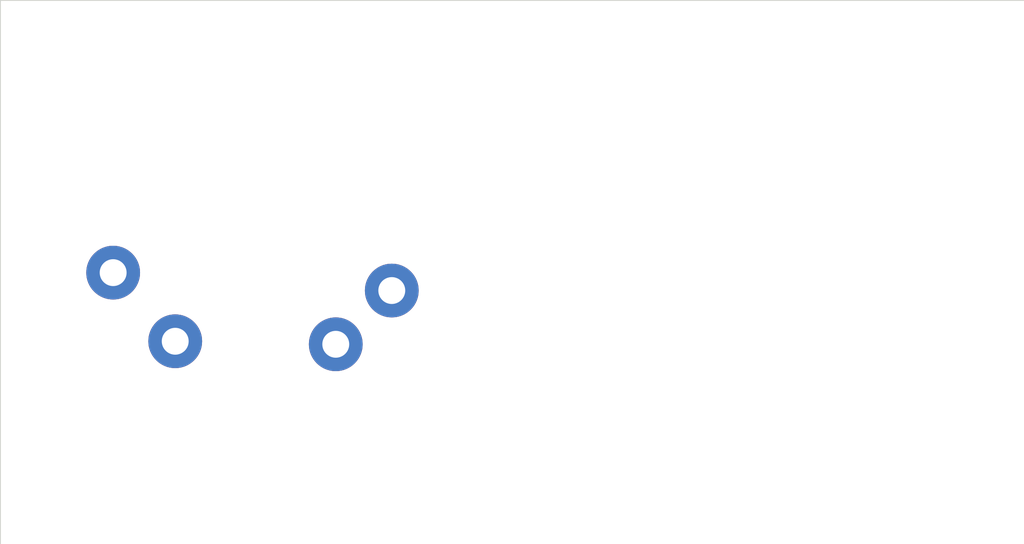
<source format=kicad_pcb>
(kicad_pcb (version 20210812) (generator pcbnew)

  (general
    (thickness 4.48)
  )

  (paper "A4")
  (title_block
    (title "Demo Project showing SameNetSpacing problem caused by KiCads filling algorithm")
    (date "2019-10-07")
    (rev "0.1")
  )

  (layers
    (0 "F.Cu" signal)
    (1 "In1.Cu" power)
    (2 "In2.Cu" power)
    (31 "B.Cu" signal)
    (32 "B.Adhes" user "B.Adhesive")
    (33 "F.Adhes" user "F.Adhesive")
    (34 "B.Paste" user)
    (35 "F.Paste" user)
    (36 "B.SilkS" user "B.Silkscreen")
    (37 "F.SilkS" user "F.Silkscreen")
    (38 "B.Mask" user)
    (39 "F.Mask" user)
    (40 "Dwgs.User" user "User.Drawings")
    (41 "Cmts.User" user "User.Comments")
    (42 "Eco1.User" user "User.Eco1")
    (43 "Eco2.User" user "User.Eco2")
    (44 "Edge.Cuts" user)
    (45 "Margin" user)
    (46 "B.CrtYd" user "B.Courtyard")
    (47 "F.CrtYd" user "F.Courtyard")
    (48 "B.Fab" user)
    (49 "F.Fab" user)
  )

  (setup
    (stackup
      (layer "F.SilkS" (type "Top Silk Screen"))
      (layer "F.Paste" (type "Top Solder Paste"))
      (layer "F.Mask" (type "Top Solder Mask") (color "Green") (thickness 0.01))
      (layer "F.Cu" (type "copper") (thickness 0.035))
      (layer "dielectric 1" (type "core") (thickness 1.44) (material "FR4") (epsilon_r 4.5) (loss_tangent 0.02))
      (layer "In1.Cu" (type "copper") (thickness 0.035))
      (layer "dielectric 2" (type "prepreg") (thickness 1.44) (material "FR4") (epsilon_r 4.5) (loss_tangent 0.02))
      (layer "In2.Cu" (type "copper") (thickness 0.035))
      (layer "dielectric 3" (type "core") (thickness 1.44) (material "FR4") (epsilon_r 4.5) (loss_tangent 0.02))
      (layer "B.Cu" (type "copper") (thickness 0.035))
      (layer "B.Mask" (type "Bottom Solder Mask") (color "Green") (thickness 0.01))
      (layer "B.Paste" (type "Bottom Solder Paste"))
      (layer "B.SilkS" (type "Bottom Silk Screen"))
      (copper_finish "None")
      (dielectric_constraints no)
    )
    (pad_to_mask_clearance 0.05)
    (solder_mask_min_width 0.15)
    (aux_axis_origin 148.5 105)
    (pcbplotparams
      (layerselection 0x00010fc_ffffffff)
      (disableapertmacros false)
      (usegerberextensions false)
      (usegerberattributes false)
      (usegerberadvancedattributes false)
      (creategerberjobfile false)
      (svguseinch false)
      (svgprecision 6)
      (excludeedgelayer true)
      (plotframeref false)
      (viasonmask false)
      (mode 1)
      (useauxorigin false)
      (hpglpennumber 1)
      (hpglpenspeed 20)
      (hpglpendiameter 15.000000)
      (dxfpolygonmode true)
      (dxfimperialunits true)
      (dxfusepcbnewfont true)
      (psnegative false)
      (psa4output false)
      (plotreference true)
      (plotvalue true)
      (plotinvisibletext false)
      (sketchpadsonfab false)
      (subtractmaskfromsilk false)
      (outputformat 1)
      (mirror false)
      (drillshape 0)
      (scaleselection 1)
      (outputdirectory "gerber/")
    )
  )

  (net 0 "")
  (net 1 "GND")
  (net 2 "VDD3V3")

  (gr_arc (start 143.1036 129.9464) (end 142.240001 129.3876) (angle 350.9270568) (layer "In2.Cu") (width 0.1) (tstamp 6ba5cc1c-0aa9-403c-8c78-baeb88b53289))
  (gr_poly
    (pts

      (xy 144.3736 127.3048)
      (xy 142.5956 127.3048)
      (xy 144.3736 128.27)
      (xy 144.3736 128.5748)
      (xy 142.0876 128.5748)
      (xy 142.0876 126.2888)
      (xy 144.3736 126.2888)
    ) (layer "In2.Cu") (width 0.1) (fill solid) (tstamp abd486ea-b329-4192-afc3-c44eb6e87cea))
  (gr_poly
    (pts

      (xy 147.4216 129.8956)
      (xy 145.3896 129.9464)
      (xy 145.3896 130.0988)
      (xy 147.4216 130.2512)
      (xy 147.4216 131.1656)
      (xy 144.8816 131.1656)
      (xy 144.8816 128.8796)
      (xy 147.4216 128.8796)
    ) (layer "In2.Cu") (width 0.1) (fill solid) (tstamp b158edbd-63ca-41e4-8234-a443de3cf560))
  (gr_poly
    (pts

      (xy 147.4216 127.3048)
      (xy 145.3896 127.3556)
      (xy 145.3896 127.4064)
      (xy 147.4216 127.6604)
      (xy 147.4216 128.5748)
      (xy 144.8816 128.5748)
      (xy 144.8816 126.2888)
      (xy 147.4216 126.2888)
    ) (layer "In2.Cu") (width 0) (fill solid) (tstamp dda81f80-2a0f-4292-9d5e-54a02cef836f))
  (gr_rect (start 136.2456 125.5776) (end 147.864 131.7576) (layer "Edge.Cuts") (width 0.01) (fill none) (tstamp 2ff03438-48dd-4ff9-86ab-4aae55d6a1a4))

  (via (at 138.2268 129.4445) (size 0.6096) (drill 0.3048) (layers "F.Cu" "B.Cu") (net 1) (tstamp 0a0bd538-0f11-4f77-8877-7ded1f64a1f5))
  (via (at 140.681801 128.8692) (size 0.6096) (drill 0.3048) (layers "F.Cu" "B.Cu") (net 1) (tstamp 278fe112-f2ff-479a-a63f-0a6506627139))
  (via (at 140.046801 129.4788) (size 0.6096) (drill 0.3048) (layers "F.Cu" "B.Cu") (net 1) (tstamp 6991baf3-a77e-489b-a4f3-31121be3dfdc))
  (via (at 137.5233 128.666) (size 0.6096) (drill 0.3048) (layers "F.Cu" "B.Cu") (net 1) (tstamp e48c293e-c06c-440a-8604-01ac35e3346f))

  (zone (net 2) (net_name "VDD3V3") (layer "In2.Cu") (tstamp 00000000-0000-0000-0000-00005d9bbec6) (hatch none 0.508)
    (connect_pads (clearance 0.1524))
    (min_thickness 0.1524) (filled_areas_thickness no)
    (fill yes (thermal_gap 0.1524) (thermal_bridge_width 1.27) (island_removal_mode 1) (island_area_min 0))
    (polygon
      (pts
        (xy 136.7048 126.6)
        (xy 136.7048 130.8)
        (xy 141.5 130.8)
        (xy 141.5 126.6)
      )
    )
    (filled_polygon
      (layer "In2.Cu")
      (island)
      (pts
        (xy 141.473138 126.617593)
        (xy 141.498858 126.662142)
        (xy 141.5 126.6752)
        (xy 141.5 130.7248)
        (xy 141.482407 130.773138)
        (xy 141.437858 130.798858)
        (xy 141.4248 130.8)
        (xy 136.78 130.8)
        (xy 136.731662 130.782407)
        (xy 136.705942 130.737858)
        (xy 136.7048 130.7248)
        (xy 136.7048 128.660332)
        (xy 137.059413 128.660332)
        (xy 137.060107 128.66564)
        (xy 137.060107 128.665642)
        (xy 137.061636 128.677335)
        (xy 137.076468 128.790758)
        (xy 137.078626 128.795662)
        (xy 137.078626 128.795663)
        (xy 137.085758 128.811871)
        (xy 137.129443 128.911154)
        (xy 137.214081 129.011843)
        (xy 137.21854 129.014811)
        (xy 137.218541 129.014812)
        (xy 137.290203 129.062514)
        (xy 137.323576 129.084729)
        (xy 137.328688 129.086326)
        (xy 137.32869 129.086327)
        (xy 137.36913 129.098961)
        (xy 137.449128 129.123954)
        (xy 137.50373 129.124955)
        (xy 137.575279 129.126267)
        (xy 137.575281 129.126267)
        (xy 137.580641 129.126365)
        (xy 137.585812 129.124955)
        (xy 137.585814 129.124955)
        (xy 137.65404 129.106354)
        (xy 137.707546 129.091767)
        (xy 137.732892 129.076204)
        (xy 137.755189 129.062514)
        (xy 137.805587 129.052214)
        (xy 137.850815 129.07672)
        (xy 137.869709 129.124564)
        (xy 137.850901 129.176378)
        (xy 137.839051 129.189796)
        (xy 137.783149 129.308862)
        (xy 137.782325 129.314152)
        (xy 137.782325 129.314153)
        (xy 137.778563 129.338316)
        (xy 137.762913 129.438832)
        (xy 137.763607 129.44414)
        (xy 137.763607 129.444142)
        (xy 137.774841 129.530047)
        (xy 137.779968 129.569258)
        (xy 137.782126 129.574162)
        (xy 137.782126 129.574163)
        (xy 137.789258 129.590371)
        (xy 137.832943 129.689654)
        (xy 137.917581 129.790343)
        (xy 137.92204 129.793311)
        (xy 137.922041 129.793312)
        (xy 137.962947 129.820541)
        (xy 138.027076 129.863229)
        (xy 138.032188 129.864826)
        (xy 138.03219 129.864827)
        (xy 138.049603 129.870267)
        (xy 138.152628 129.902454)
        (xy 138.20723 129.903455)
        (xy 138.278779 129.904767)
        (xy 138.278781 129.904767)
        (xy 138.284141 129.904865)
        (xy 138.289312 129.903455)
        (xy 138.289314 129.903455)
        (xy 138.35754 129.884854)
        (xy 138.411046 129.870267)
        (xy 138.523138 129.801441)
        (xy 138.611409 129.703922)
        (xy 138.668761 129.585548)
        (xy 138.684331 129.493003)
        (xy 138.687674 129.473132)
        (xy 139.582914 129.473132)
        (xy 139.583608 129.47844)
        (xy 139.583608 129.478442)
        (xy 139.585137 129.490135)
        (xy 139.599969 129.603558)
        (xy 139.602127 129.608462)
        (xy 139.602127 129.608463)
        (xy 139.64413 129.703922)
        (xy 139.652944 129.723954)
        (xy 139.737582 129.824643)
        (xy 139.742041 129.827611)
        (xy 139.742042 129.827612)
        (xy 139.842615 129.894559)
        (xy 139.847077 129.897529)
        (xy 139.852189 129.899126)
        (xy 139.852191 129.899127)
        (xy 139.870558 129.904865)
        (xy 139.972629 129.936754)
        (xy 140.027231 129.937755)
        (xy 140.09878 129.939067)
        (xy 140.098782 129.939067)
        (xy 140.104142 129.939165)
        (xy 140.109313 129.937755)
        (xy 140.109315 129.937755)
        (xy 140.177541 129.919154)
        (xy 140.231047 129.904567)
        (xy 140.343139 129.835741)
        (xy 140.43141 129.738222)
        (xy 140.488762 129.619848)
        (xy 140.498168 129.563942)
        (xy 140.510103 129.493003)
        (xy 140.510104 129.492996)
        (xy 140.510585 129.490135)
        (xy 140.510723 129.4788)
        (xy 140.500346 129.406338)
        (xy 140.51091 129.355995)
        (xy 140.551362 129.32422)
        (xy 140.597214 129.3239)
        (xy 140.607629 129.327154)
        (xy 140.662231 129.328155)
        (xy 140.73378 129.329467)
        (xy 140.733782 129.329467)
        (xy 140.739142 129.329565)
        (xy 140.744313 129.328155)
        (xy 140.744315 129.328155)
        (xy 140.832855 129.304016)
        (xy 140.866047 129.294967)
        (xy 140.978139 129.226141)
        (xy 141.06641 129.128622)
        (xy 141.069446 129.122357)
        (xy 141.102639 129.053845)
        (xy 141.123762 129.010248)
        (xy 141.136223 128.936181)
        (xy 141.145103 128.883403)
        (xy 141.145104 128.883396)
        (xy 141.145585 128.880535)
        (xy 141.145723 128.8692)
        (xy 141.144912 128.863532)
        (xy 141.127835 128.74429)
        (xy 141.127834 128.744287)
        (xy 141.127076 128.738993)
        (xy 141.072633 128.619252)
        (xy 141.065076 128.610481)
        (xy 140.990267 128.523661)
        (xy 140.990266 128.523661)
        (xy 140.986772 128.519605)
        (xy 140.876394 128.448062)
        (xy 140.833494 128.435232)
        (xy 140.755507 128.411909)
        (xy 140.755504 128.411909)
        (xy 140.750373 128.410374)
        (xy 140.745018 128.410341)
        (xy 140.745016 128.410341)
        (xy 140.686019 128.409981)
        (xy 140.61884 128.40957)
        (xy 140.492368 128.445716)
        (xy 140.381124 128.515906)
        (xy 140.294052 128.614496)
        (xy 140.23815 128.733562)
        (xy 140.237326 128.738852)
        (xy 140.237326 128.738853)
        (xy 140.230593 128.7821)
        (xy 140.217914 128.863532)
        (xy 140.218608 128.868839)
        (xy 140.218608 128.868841)
        (xy 140.228334 128.943215)
        (xy 140.217157 128.993426)
        (xy 140.17632 129.024705)
        (xy 140.132222 129.025013)
        (xy 140.131193 129.024705)
        (xy 140.126702 129.023362)
        (xy 140.120507 129.021509)
        (xy 140.120504 129.021509)
        (xy 140.115373 129.019974)
        (xy 140.110018 129.019941)
        (xy 140.110016 129.019941)
        (xy 140.051019 129.019581)
        (xy 139.98384 129.01917)
        (xy 139.857368 129.055316)
        (xy 139.746124 129.125506)
        (xy 139.659052 129.224096)
        (xy 139.636962 129.271145)
        (xy 139.611416 129.325557)
        (xy 139.60315 129.343162)
        (xy 139.582914 129.473132)
        (xy 138.687674 129.473132)
        (xy 138.690102 129.458703)
        (xy 138.690103 129.458696)
        (xy 138.690584 129.455835)
        (xy 138.690722 129.4445)
        (xy 138.689911 129.438832)
        (xy 138.672834 129.31959)
        (xy 138.672833 129.319587)
        (xy 138.672075 129.314293)
        (xy 138.652457 129.271145)
        (xy 138.619851 129.199432)
        (xy 138.61985 129.199431)
        (xy 138.617632 129.194552)
        (xy 138.610075 129.185781)
        (xy 138.535266 129.098961)
        (xy 138.535265 129.098961)
        (xy 138.531771 129.094905)
        (xy 138.474312 129.057662)
        (xy 138.425886 129.026274)
        (xy 138.425885 129.026274)
        (xy 138.421393 129.023362)
        (xy 138.359874 129.004964)
        (xy 138.300506 128.987209)
        (xy 138.300503 128.987209)
        (xy 138.295372 128.985674)
        (xy 138.290017 128.985641)
        (xy 138.290015 128.985641)
        (xy 138.231018 128.985281)
        (xy 138.163839 128.98487)
        (xy 138.037367 129.021016)
        (xy 138.032841 129.023872)
        (xy 138.032836 129.023874)
        (xy 137.998055 129.045819)
        (xy 137.947787 129.056733)
        (xy 137.902263 129.032782)
        (xy 137.882786 128.985172)
        (xy 137.898468 128.936181)
        (xy 137.902162 128.931771)
        (xy 137.907909 128.925422)
        (xy 137.965261 128.807048)
        (xy 137.968896 128.785442)
        (xy 137.986602 128.680203)
        (xy 137.986603 128.680196)
        (xy 137.987084 128.677335)
        (xy 137.987222 128.666)
        (xy 137.986411 128.660332)
        (xy 137.969334 128.54109)
        (xy 137.969333 128.541087)
        (xy 137.968575 128.535793)
        (xy 137.93001 128.450974)
        (xy 137.916351 128.420932)
        (xy 137.91635 128.420931)
        (xy 137.914132 128.416052)
        (xy 137.906575 128.407281)
        (xy 137.831766 128.320461)
        (xy 137.831765 128.320461)
        (xy 137.828271 128.316405)
        (xy 137.717893 128.244862)
        (xy 137.674993 128.232032)
        (xy 137.597006 128.208709)
        (xy 137.597003 128.208709)
        (xy 137.591872 128.207174)
        (xy 137.586517 128.207141)
        (xy 137.586515 128.207141)
        (xy 137.527518 128.206781)
        (xy 137.460339 128.20637)
        (xy 137.333867 128.242516)
        (xy 137.222623 128.312706)
        (xy 137.135551 128.411296)
        (xy 137.133275 128.416144)
        (xy 137.087778 128.513049)
        (xy 137.079649 128.530362)
        (xy 137.078825 128.535652)
        (xy 137.078825 128.535653)
        (xy 137.072092 128.5789)
        (xy 137.059413 128.660332)
        (xy 136.7048 128.660332)
        (xy 136.7048 126.6752)
        (xy 136.722393 126.626862)
        (xy 136.766942 126.601142)
        (xy 136.78 126.6)
        (xy 141.4248 126.6)
      )
    )
  )
)

</source>
